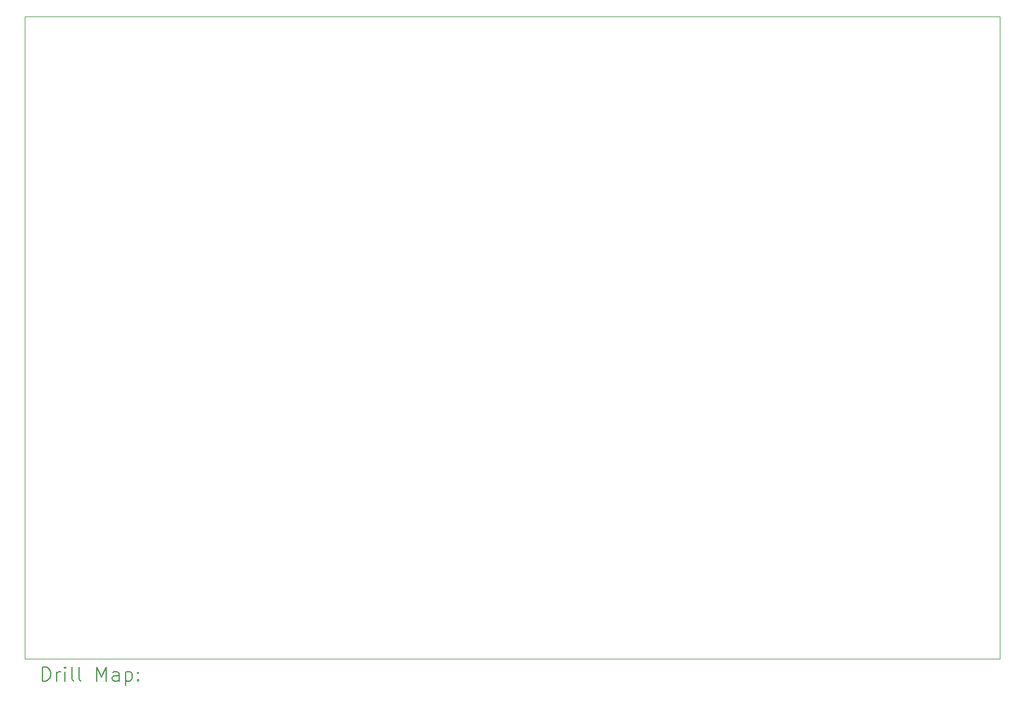
<source format=gbr>
%TF.GenerationSoftware,KiCad,Pcbnew,8.0.8*%
%TF.CreationDate,2025-02-17T02:29:15-05:00*%
%TF.ProjectId,PreAmpEQ,50726541-6d70-4455-912e-6b696361645f,1.0*%
%TF.SameCoordinates,Original*%
%TF.FileFunction,Drillmap*%
%TF.FilePolarity,Positive*%
%FSLAX45Y45*%
G04 Gerber Fmt 4.5, Leading zero omitted, Abs format (unit mm)*
G04 Created by KiCad (PCBNEW 8.0.8) date 2025-02-17 02:29:15*
%MOMM*%
%LPD*%
G01*
G04 APERTURE LIST*
%ADD10C,0.050000*%
%ADD11C,0.200000*%
G04 APERTURE END LIST*
D10*
X7975600Y-3962400D02*
X21971000Y-3962400D01*
X21971000Y-13182600D01*
X7975600Y-13182600D01*
X7975600Y-3962400D01*
D11*
X8233877Y-13496584D02*
X8233877Y-13296584D01*
X8233877Y-13296584D02*
X8281496Y-13296584D01*
X8281496Y-13296584D02*
X8310067Y-13306108D01*
X8310067Y-13306108D02*
X8329115Y-13325155D01*
X8329115Y-13325155D02*
X8338639Y-13344203D01*
X8338639Y-13344203D02*
X8348162Y-13382298D01*
X8348162Y-13382298D02*
X8348162Y-13410869D01*
X8348162Y-13410869D02*
X8338639Y-13448965D01*
X8338639Y-13448965D02*
X8329115Y-13468012D01*
X8329115Y-13468012D02*
X8310067Y-13487060D01*
X8310067Y-13487060D02*
X8281496Y-13496584D01*
X8281496Y-13496584D02*
X8233877Y-13496584D01*
X8433877Y-13496584D02*
X8433877Y-13363250D01*
X8433877Y-13401346D02*
X8443401Y-13382298D01*
X8443401Y-13382298D02*
X8452924Y-13372774D01*
X8452924Y-13372774D02*
X8471972Y-13363250D01*
X8471972Y-13363250D02*
X8491020Y-13363250D01*
X8557686Y-13496584D02*
X8557686Y-13363250D01*
X8557686Y-13296584D02*
X8548163Y-13306108D01*
X8548163Y-13306108D02*
X8557686Y-13315631D01*
X8557686Y-13315631D02*
X8567210Y-13306108D01*
X8567210Y-13306108D02*
X8557686Y-13296584D01*
X8557686Y-13296584D02*
X8557686Y-13315631D01*
X8681496Y-13496584D02*
X8662448Y-13487060D01*
X8662448Y-13487060D02*
X8652924Y-13468012D01*
X8652924Y-13468012D02*
X8652924Y-13296584D01*
X8786258Y-13496584D02*
X8767210Y-13487060D01*
X8767210Y-13487060D02*
X8757686Y-13468012D01*
X8757686Y-13468012D02*
X8757686Y-13296584D01*
X9014829Y-13496584D02*
X9014829Y-13296584D01*
X9014829Y-13296584D02*
X9081496Y-13439441D01*
X9081496Y-13439441D02*
X9148163Y-13296584D01*
X9148163Y-13296584D02*
X9148163Y-13496584D01*
X9329115Y-13496584D02*
X9329115Y-13391822D01*
X9329115Y-13391822D02*
X9319591Y-13372774D01*
X9319591Y-13372774D02*
X9300544Y-13363250D01*
X9300544Y-13363250D02*
X9262448Y-13363250D01*
X9262448Y-13363250D02*
X9243401Y-13372774D01*
X9329115Y-13487060D02*
X9310067Y-13496584D01*
X9310067Y-13496584D02*
X9262448Y-13496584D01*
X9262448Y-13496584D02*
X9243401Y-13487060D01*
X9243401Y-13487060D02*
X9233877Y-13468012D01*
X9233877Y-13468012D02*
X9233877Y-13448965D01*
X9233877Y-13448965D02*
X9243401Y-13429917D01*
X9243401Y-13429917D02*
X9262448Y-13420393D01*
X9262448Y-13420393D02*
X9310067Y-13420393D01*
X9310067Y-13420393D02*
X9329115Y-13410869D01*
X9424353Y-13363250D02*
X9424353Y-13563250D01*
X9424353Y-13372774D02*
X9443401Y-13363250D01*
X9443401Y-13363250D02*
X9481496Y-13363250D01*
X9481496Y-13363250D02*
X9500544Y-13372774D01*
X9500544Y-13372774D02*
X9510067Y-13382298D01*
X9510067Y-13382298D02*
X9519591Y-13401346D01*
X9519591Y-13401346D02*
X9519591Y-13458488D01*
X9519591Y-13458488D02*
X9510067Y-13477536D01*
X9510067Y-13477536D02*
X9500544Y-13487060D01*
X9500544Y-13487060D02*
X9481496Y-13496584D01*
X9481496Y-13496584D02*
X9443401Y-13496584D01*
X9443401Y-13496584D02*
X9424353Y-13487060D01*
X9605305Y-13477536D02*
X9614829Y-13487060D01*
X9614829Y-13487060D02*
X9605305Y-13496584D01*
X9605305Y-13496584D02*
X9595782Y-13487060D01*
X9595782Y-13487060D02*
X9605305Y-13477536D01*
X9605305Y-13477536D02*
X9605305Y-13496584D01*
X9605305Y-13372774D02*
X9614829Y-13382298D01*
X9614829Y-13382298D02*
X9605305Y-13391822D01*
X9605305Y-13391822D02*
X9595782Y-13382298D01*
X9595782Y-13382298D02*
X9605305Y-13372774D01*
X9605305Y-13372774D02*
X9605305Y-13391822D01*
M02*

</source>
